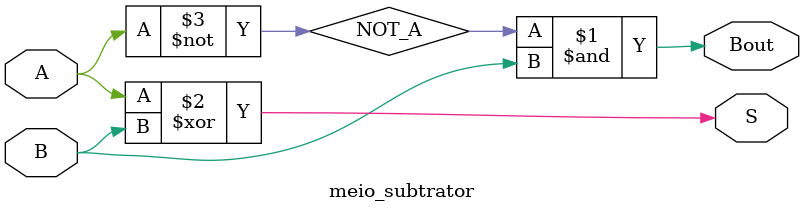
<source format=v>
module meio_subtrator(S, Bout, A, B);
	input A, B;
   output S, Bout;
	
   wire NOT_A;
	
	not not0(NOT_A, A);
	and and0(Bout, NOT_A, B);
	xor xor0(S, A, B);
	
endmodule 
</source>
